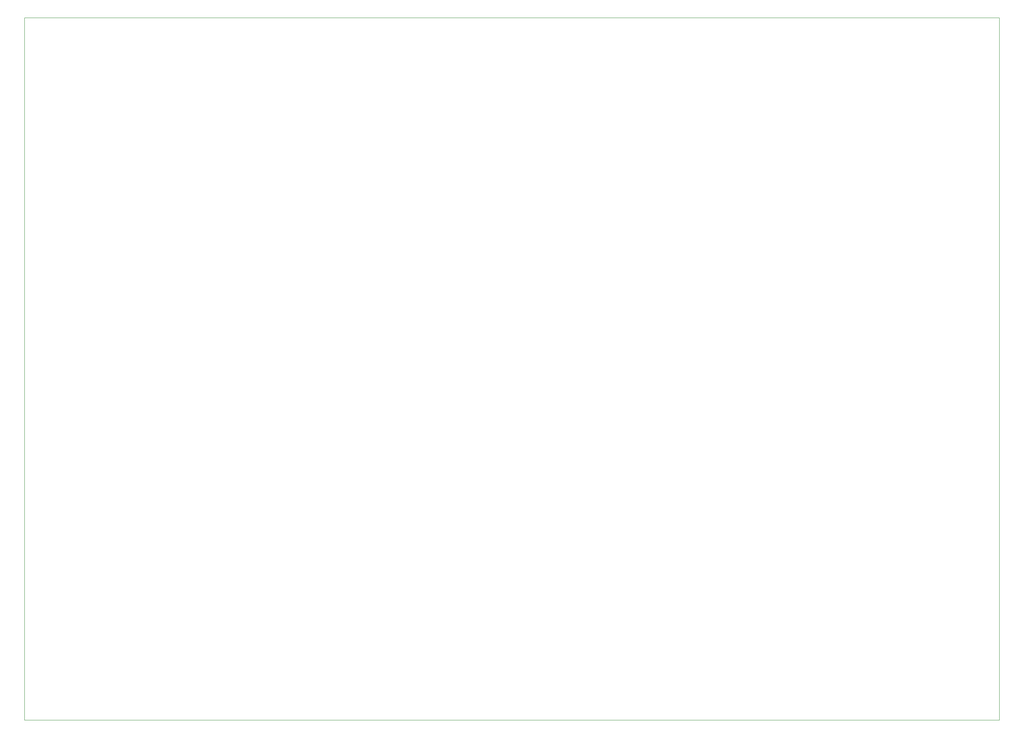
<source format=gbr>
%TF.GenerationSoftware,KiCad,Pcbnew,9.0.0*%
%TF.CreationDate,2025-04-23T18:39:58-07:00*%
%TF.ProjectId,PowerBoard,506f7765-7242-46f6-9172-642e6b696361,rev?*%
%TF.SameCoordinates,Original*%
%TF.FileFunction,Profile,NP*%
%FSLAX46Y46*%
G04 Gerber Fmt 4.6, Leading zero omitted, Abs format (unit mm)*
G04 Created by KiCad (PCBNEW 9.0.0) date 2025-04-23 18:39:58*
%MOMM*%
%LPD*%
G01*
G04 APERTURE LIST*
%TA.AperFunction,Profile*%
%ADD10C,0.200000*%
%TD*%
G04 APERTURE END LIST*
D10*
X-110000000Y55000000D02*
X320000000Y55000000D01*
X320000000Y-255000000D01*
X-110000000Y-255000000D01*
X-110000000Y55000000D01*
M02*

</source>
